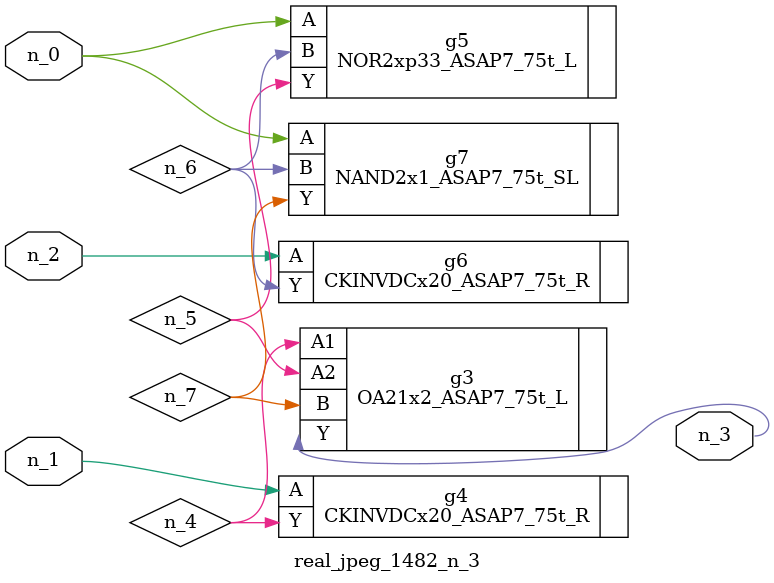
<source format=v>
module real_jpeg_1482_n_3 (n_1, n_0, n_2, n_3);

input n_1;
input n_0;
input n_2;

output n_3;

wire n_5;
wire n_4;
wire n_6;
wire n_7;

NOR2xp33_ASAP7_75t_L g5 ( 
.A(n_0),
.B(n_6),
.Y(n_5)
);

NAND2x1_ASAP7_75t_SL g7 ( 
.A(n_0),
.B(n_6),
.Y(n_7)
);

CKINVDCx20_ASAP7_75t_R g4 ( 
.A(n_1),
.Y(n_4)
);

CKINVDCx20_ASAP7_75t_R g6 ( 
.A(n_2),
.Y(n_6)
);

OA21x2_ASAP7_75t_L g3 ( 
.A1(n_4),
.A2(n_5),
.B(n_7),
.Y(n_3)
);


endmodule
</source>
